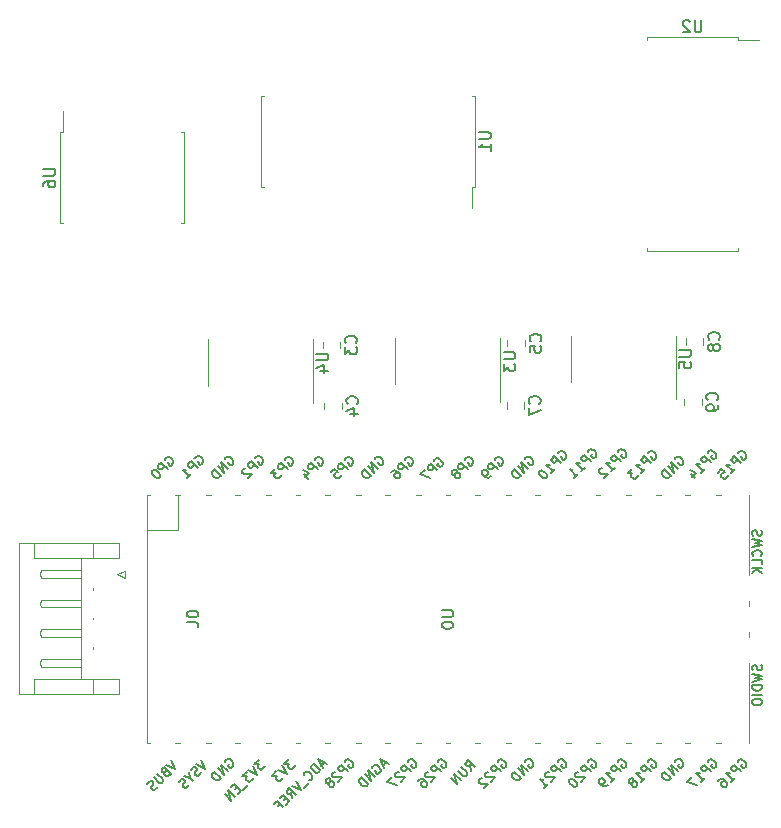
<source format=gbr>
%TF.GenerationSoftware,KiCad,Pcbnew,(5.1.9)-1*%
%TF.CreationDate,2021-05-02T00:53:09+10:00*%
%TF.ProjectId,RedPyKeeb_MCU,52656450-794b-4656-9562-5f4d43552e6b,rev?*%
%TF.SameCoordinates,Original*%
%TF.FileFunction,Legend,Bot*%
%TF.FilePolarity,Positive*%
%FSLAX46Y46*%
G04 Gerber Fmt 4.6, Leading zero omitted, Abs format (unit mm)*
G04 Created by KiCad (PCBNEW (5.1.9)-1) date 2021-05-02 00:53:09*
%MOMM*%
%LPD*%
G01*
G04 APERTURE LIST*
%ADD10C,0.120000*%
%ADD11C,0.150000*%
G04 APERTURE END LIST*
D10*
%TO.C,U0*%
X113258600Y-92079900D02*
X113258600Y-92479900D01*
X113258600Y-89479900D02*
X113258600Y-89879900D01*
X113258600Y-101479900D02*
X113258600Y-94679900D01*
X102858600Y-101479900D02*
X103258600Y-101479900D01*
X95158600Y-101479900D02*
X95558600Y-101479900D01*
X69758600Y-101479900D02*
X70158600Y-101479900D01*
X62258600Y-101479900D02*
X62558600Y-101479900D01*
X85058600Y-101479900D02*
X85458600Y-101479900D01*
X100258600Y-101479900D02*
X100658600Y-101479900D01*
X79958600Y-101479900D02*
X80358600Y-101479900D01*
X74858600Y-101479900D02*
X75258600Y-101479900D01*
X87558600Y-101479900D02*
X87958600Y-101479900D01*
X92658600Y-101479900D02*
X93058600Y-101479900D01*
X107858600Y-101479900D02*
X108258600Y-101479900D01*
X110458600Y-101479900D02*
X110858600Y-101479900D01*
X105358600Y-101479900D02*
X105758600Y-101479900D01*
X72358600Y-101479900D02*
X72758600Y-101479900D01*
X64658600Y-101479900D02*
X65058600Y-101479900D01*
X67258600Y-101479900D02*
X67658600Y-101479900D01*
X97758600Y-101479900D02*
X98158600Y-101479900D01*
X90058600Y-101479900D02*
X90458600Y-101479900D01*
X82458600Y-101479900D02*
X82858600Y-101479900D01*
X77358600Y-101479900D02*
X77758600Y-101479900D01*
X110458600Y-80479900D02*
X110858600Y-80479900D01*
X107858600Y-80479900D02*
X108258600Y-80479900D01*
X105358600Y-80479900D02*
X105758600Y-80479900D01*
X102858600Y-80479900D02*
X103258600Y-80479900D01*
X100258600Y-80479900D02*
X100658600Y-80479900D01*
X97758600Y-80479900D02*
X98158600Y-80479900D01*
X95158600Y-80479900D02*
X95558600Y-80479900D01*
X92658600Y-80479900D02*
X93058600Y-80479900D01*
X90058600Y-80479900D02*
X90458600Y-80479900D01*
X87558600Y-80479900D02*
X87958600Y-80479900D01*
X85058600Y-80479900D02*
X85458600Y-80479900D01*
X82458600Y-80479900D02*
X82858600Y-80479900D01*
X79958600Y-80479900D02*
X80358600Y-80479900D01*
X77358600Y-80479900D02*
X77758600Y-80479900D01*
X74858600Y-80479900D02*
X75258600Y-80479900D01*
X72358600Y-80479900D02*
X72758600Y-80479900D01*
X69758600Y-80479900D02*
X70158600Y-80479900D01*
X67258600Y-80479900D02*
X67658600Y-80479900D01*
X64658600Y-80479900D02*
X65058600Y-80479900D01*
X62258600Y-80479900D02*
X62558600Y-80479900D01*
X64925600Y-83486900D02*
X62258600Y-83486900D01*
X64925600Y-80479900D02*
X64925600Y-83486900D01*
X113258600Y-87279900D02*
X113258600Y-80479900D01*
X62258600Y-80479900D02*
X62258600Y-101479900D01*
%TO.C,U2*%
X112305300Y-41934200D02*
X114120300Y-41934200D01*
X112305300Y-41689200D02*
X112305300Y-41934200D01*
X108445300Y-41689200D02*
X112305300Y-41689200D01*
X104585300Y-41689200D02*
X104585300Y-41934200D01*
X108445300Y-41689200D02*
X104585300Y-41689200D01*
X112305300Y-59809200D02*
X112305300Y-59564200D01*
X108445300Y-59809200D02*
X112305300Y-59809200D01*
X104585300Y-59809200D02*
X104585300Y-59564200D01*
X108445300Y-59809200D02*
X104585300Y-59809200D01*
%TO.C,J0*%
X60367600Y-87487400D02*
X59767600Y-87187400D01*
X60367600Y-86887400D02*
X60367600Y-87487400D01*
X59767600Y-87187400D02*
X60367600Y-86887400D01*
X56677600Y-95007400D02*
X56677600Y-94687400D01*
X53257600Y-95007400D02*
X56677600Y-95007400D01*
X53177600Y-94687400D02*
X53257600Y-95007400D01*
X53257600Y-94367400D02*
X53177600Y-94687400D01*
X56677600Y-94367400D02*
X53257600Y-94367400D01*
X56677600Y-94687400D02*
X56677600Y-94367400D01*
X57677600Y-93357400D02*
X57677600Y-93517400D01*
X56677600Y-92507400D02*
X56677600Y-92187400D01*
X53257600Y-92507400D02*
X56677600Y-92507400D01*
X53177600Y-92187400D02*
X53257600Y-92507400D01*
X53257600Y-91867400D02*
X53177600Y-92187400D01*
X56677600Y-91867400D02*
X53257600Y-91867400D01*
X56677600Y-92187400D02*
X56677600Y-91867400D01*
X57677600Y-90857400D02*
X57677600Y-91017400D01*
X56677600Y-90007400D02*
X56677600Y-89687400D01*
X53257600Y-90007400D02*
X56677600Y-90007400D01*
X53177600Y-89687400D02*
X53257600Y-90007400D01*
X53257600Y-89367400D02*
X53177600Y-89687400D01*
X56677600Y-89367400D02*
X53257600Y-89367400D01*
X56677600Y-89687400D02*
X56677600Y-89367400D01*
X57677600Y-88357400D02*
X57677600Y-88517400D01*
X56677600Y-87507400D02*
X56677600Y-87187400D01*
X53257600Y-87507400D02*
X56677600Y-87507400D01*
X53177600Y-87187400D02*
X53257600Y-87507400D01*
X53257600Y-86867400D02*
X53177600Y-87187400D01*
X56677600Y-86867400D02*
X53257600Y-86867400D01*
X56677600Y-87187400D02*
X56677600Y-86867400D01*
X56677600Y-85797400D02*
X56677600Y-96077400D01*
X57677600Y-96077400D02*
X57677600Y-97297400D01*
X52677600Y-96077400D02*
X57677600Y-96077400D01*
X52677600Y-97297400D02*
X52677600Y-96077400D01*
X57677600Y-85797400D02*
X57677600Y-84577400D01*
X52677600Y-85797400D02*
X57677600Y-85797400D01*
X52677600Y-84577400D02*
X52677600Y-85797400D01*
X59877600Y-96077400D02*
X57677600Y-96077400D01*
X59877600Y-97297400D02*
X59877600Y-96077400D01*
X51457600Y-97297400D02*
X59877600Y-97297400D01*
X51457600Y-84577400D02*
X51457600Y-97297400D01*
X59877600Y-84577400D02*
X51457600Y-84577400D01*
X59877600Y-85797400D02*
X59877600Y-84577400D01*
X57677600Y-85797400D02*
X59877600Y-85797400D01*
%TO.C,U1*%
X89815600Y-54380600D02*
X89815600Y-56195600D01*
X90060600Y-54380600D02*
X89815600Y-54380600D01*
X90060600Y-50520600D02*
X90060600Y-54380600D01*
X90060600Y-46660600D02*
X89815600Y-46660600D01*
X90060600Y-50520600D02*
X90060600Y-46660600D01*
X71940600Y-54380600D02*
X72185600Y-54380600D01*
X71940600Y-50520600D02*
X71940600Y-54380600D01*
X71940600Y-46660600D02*
X72185600Y-46660600D01*
X71940600Y-50520600D02*
X71940600Y-46660600D01*
%TO.C,U3*%
X92166600Y-69164200D02*
X92166600Y-72614200D01*
X92166600Y-69164200D02*
X92166600Y-67214200D01*
X83296600Y-69164200D02*
X83296600Y-71114200D01*
X83296600Y-69164200D02*
X83296600Y-67214200D01*
%TO.C,C5*%
X92787800Y-67901452D02*
X92787800Y-67378948D01*
X94257800Y-67901452D02*
X94257800Y-67378948D01*
%TO.C,C7*%
X92724300Y-73171952D02*
X92724300Y-72649448D01*
X94194300Y-73171952D02*
X94194300Y-72649448D01*
%TO.C,C3*%
X77154100Y-68028452D02*
X77154100Y-67505948D01*
X78624100Y-68028452D02*
X78624100Y-67505948D01*
%TO.C,C4*%
X78751100Y-73184652D02*
X78751100Y-72662148D01*
X77281100Y-73184652D02*
X77281100Y-72662148D01*
%TO.C,C8*%
X109370800Y-67749052D02*
X109370800Y-67226548D01*
X107900800Y-67749052D02*
X107900800Y-67226548D01*
%TO.C,C9*%
X107761100Y-72854452D02*
X107761100Y-72331948D01*
X109231100Y-72854452D02*
X109231100Y-72331948D01*
%TO.C,U4*%
X76317000Y-69265800D02*
X76317000Y-72715800D01*
X76317000Y-69265800D02*
X76317000Y-67315800D01*
X67447000Y-69265800D02*
X67447000Y-71215800D01*
X67447000Y-69265800D02*
X67447000Y-67315800D01*
%TO.C,U5*%
X98168300Y-68948300D02*
X98168300Y-66998300D01*
X98168300Y-68948300D02*
X98168300Y-70898300D01*
X107038300Y-68948300D02*
X107038300Y-66998300D01*
X107038300Y-68948300D02*
X107038300Y-72398300D01*
%TO.C,U6*%
X55144301Y-49770801D02*
X55144301Y-47955801D01*
X54889301Y-49770801D02*
X55144301Y-49770801D01*
X54889301Y-53630801D02*
X54889301Y-49770801D01*
X54889301Y-57490801D02*
X55144301Y-57490801D01*
X54889301Y-53630801D02*
X54889301Y-57490801D01*
X65409301Y-49770801D02*
X65154301Y-49770801D01*
X65409301Y-53630801D02*
X65409301Y-49770801D01*
X65409301Y-57490801D02*
X65154301Y-57490801D01*
X65409301Y-53630801D02*
X65409301Y-57490801D01*
%TO.C,U0*%
D11*
X87210980Y-90217995D02*
X88020504Y-90217995D01*
X88115742Y-90265614D01*
X88163361Y-90313233D01*
X88210980Y-90408471D01*
X88210980Y-90598947D01*
X88163361Y-90694185D01*
X88115742Y-90741804D01*
X88020504Y-90789423D01*
X87210980Y-90789423D01*
X87210980Y-91456090D02*
X87210980Y-91551328D01*
X87258600Y-91646566D01*
X87306219Y-91694185D01*
X87401457Y-91741804D01*
X87591933Y-91789423D01*
X87830028Y-91789423D01*
X88020504Y-91741804D01*
X88115742Y-91694185D01*
X88163361Y-91646566D01*
X88210980Y-91551328D01*
X88210980Y-91456090D01*
X88163361Y-91360852D01*
X88115742Y-91313233D01*
X88020504Y-91265614D01*
X87830028Y-91217995D01*
X87591933Y-91217995D01*
X87401457Y-91265614D01*
X87306219Y-91313233D01*
X87258600Y-91360852D01*
X87210980Y-91456090D01*
X66279818Y-77392996D02*
X66306755Y-77312184D01*
X66387567Y-77231371D01*
X66495317Y-77177497D01*
X66603067Y-77177497D01*
X66683879Y-77204434D01*
X66818566Y-77285246D01*
X66899378Y-77366058D01*
X66980190Y-77500745D01*
X67007128Y-77581558D01*
X67007128Y-77689307D01*
X66953253Y-77797057D01*
X66899378Y-77850932D01*
X66791628Y-77904806D01*
X66737754Y-77904806D01*
X66549192Y-77716245D01*
X66656941Y-77608495D01*
X66549192Y-78201118D02*
X65983506Y-77635432D01*
X65768007Y-77850932D01*
X65741070Y-77931744D01*
X65741070Y-77985619D01*
X65768007Y-78066431D01*
X65848819Y-78147243D01*
X65929632Y-78174180D01*
X65983506Y-78174180D01*
X66064319Y-78147243D01*
X66279818Y-77931744D01*
X65687195Y-79063115D02*
X66010444Y-78739866D01*
X65848819Y-78901490D02*
X65283134Y-78335805D01*
X65417821Y-78362742D01*
X65525571Y-78362742D01*
X65606383Y-78335805D01*
X71369818Y-77392996D02*
X71396755Y-77312184D01*
X71477567Y-77231371D01*
X71585317Y-77177497D01*
X71693067Y-77177497D01*
X71773879Y-77204434D01*
X71908566Y-77285246D01*
X71989378Y-77366058D01*
X72070190Y-77500745D01*
X72097128Y-77581558D01*
X72097128Y-77689307D01*
X72043253Y-77797057D01*
X71989378Y-77850932D01*
X71881628Y-77904806D01*
X71827754Y-77904806D01*
X71639192Y-77716245D01*
X71746941Y-77608495D01*
X71639192Y-78201118D02*
X71073506Y-77635432D01*
X70858007Y-77850932D01*
X70831070Y-77931744D01*
X70831070Y-77985619D01*
X70858007Y-78066431D01*
X70938819Y-78147243D01*
X71019632Y-78174180D01*
X71073506Y-78174180D01*
X71154319Y-78147243D01*
X71369818Y-77931744D01*
X70588633Y-78228055D02*
X70534758Y-78228055D01*
X70453946Y-78254993D01*
X70319259Y-78389680D01*
X70292322Y-78470492D01*
X70292322Y-78524367D01*
X70319259Y-78605179D01*
X70373134Y-78659054D01*
X70480884Y-78712928D01*
X71127381Y-78712928D01*
X70777195Y-79063115D01*
X63749818Y-77492996D02*
X63776755Y-77412184D01*
X63857567Y-77331371D01*
X63965317Y-77277497D01*
X64073067Y-77277497D01*
X64153879Y-77304434D01*
X64288566Y-77385246D01*
X64369378Y-77466058D01*
X64450190Y-77600745D01*
X64477128Y-77681558D01*
X64477128Y-77789307D01*
X64423253Y-77897057D01*
X64369378Y-77950932D01*
X64261628Y-78004806D01*
X64207754Y-78004806D01*
X64019192Y-77816245D01*
X64126941Y-77708495D01*
X64019192Y-78301118D02*
X63453506Y-77735432D01*
X63238007Y-77950932D01*
X63211070Y-78031744D01*
X63211070Y-78085619D01*
X63238007Y-78166431D01*
X63318819Y-78247243D01*
X63399632Y-78274180D01*
X63453506Y-78274180D01*
X63534319Y-78247243D01*
X63749818Y-78031744D01*
X62780071Y-78408867D02*
X62726197Y-78462742D01*
X62699259Y-78543554D01*
X62699259Y-78597429D01*
X62726197Y-78678241D01*
X62807009Y-78812928D01*
X62941696Y-78947615D01*
X63076383Y-79028428D01*
X63157195Y-79055365D01*
X63211070Y-79055365D01*
X63291882Y-79028428D01*
X63345757Y-78974553D01*
X63372694Y-78893741D01*
X63372694Y-78839866D01*
X63345757Y-78759054D01*
X63264945Y-78624367D01*
X63130258Y-78489680D01*
X62995571Y-78408867D01*
X62914758Y-78381930D01*
X62860884Y-78381930D01*
X62780071Y-78408867D01*
X73909818Y-77492996D02*
X73936755Y-77412184D01*
X74017567Y-77331371D01*
X74125317Y-77277497D01*
X74233067Y-77277497D01*
X74313879Y-77304434D01*
X74448566Y-77385246D01*
X74529378Y-77466058D01*
X74610190Y-77600745D01*
X74637128Y-77681558D01*
X74637128Y-77789307D01*
X74583253Y-77897057D01*
X74529378Y-77950932D01*
X74421628Y-78004806D01*
X74367754Y-78004806D01*
X74179192Y-77816245D01*
X74286941Y-77708495D01*
X74179192Y-78301118D02*
X73613506Y-77735432D01*
X73398007Y-77950932D01*
X73371070Y-78031744D01*
X73371070Y-78085619D01*
X73398007Y-78166431D01*
X73478819Y-78247243D01*
X73559632Y-78274180D01*
X73613506Y-78274180D01*
X73694319Y-78247243D01*
X73909818Y-78031744D01*
X73101696Y-78247243D02*
X72751510Y-78597429D01*
X73155571Y-78624367D01*
X73074758Y-78705179D01*
X73047821Y-78785991D01*
X73047821Y-78839866D01*
X73074758Y-78920678D01*
X73209445Y-79055365D01*
X73290258Y-79082302D01*
X73344132Y-79082302D01*
X73424945Y-79055365D01*
X73586569Y-78893741D01*
X73613506Y-78812928D01*
X73613506Y-78759054D01*
X76449818Y-77492996D02*
X76476755Y-77412184D01*
X76557567Y-77331371D01*
X76665317Y-77277497D01*
X76773067Y-77277497D01*
X76853879Y-77304434D01*
X76988566Y-77385246D01*
X77069378Y-77466058D01*
X77150190Y-77600745D01*
X77177128Y-77681558D01*
X77177128Y-77789307D01*
X77123253Y-77897057D01*
X77069378Y-77950932D01*
X76961628Y-78004806D01*
X76907754Y-78004806D01*
X76719192Y-77816245D01*
X76826941Y-77708495D01*
X76719192Y-78301118D02*
X76153506Y-77735432D01*
X75938007Y-77950932D01*
X75911070Y-78031744D01*
X75911070Y-78085619D01*
X75938007Y-78166431D01*
X76018819Y-78247243D01*
X76099632Y-78274180D01*
X76153506Y-78274180D01*
X76234319Y-78247243D01*
X76449818Y-78031744D01*
X75533946Y-78732116D02*
X75911070Y-79109240D01*
X75453134Y-78381930D02*
X75991882Y-78651304D01*
X75641696Y-79001490D01*
X78989818Y-77492996D02*
X79016755Y-77412184D01*
X79097567Y-77331371D01*
X79205317Y-77277497D01*
X79313067Y-77277497D01*
X79393879Y-77304434D01*
X79528566Y-77385246D01*
X79609378Y-77466058D01*
X79690190Y-77600745D01*
X79717128Y-77681558D01*
X79717128Y-77789307D01*
X79663253Y-77897057D01*
X79609378Y-77950932D01*
X79501628Y-78004806D01*
X79447754Y-78004806D01*
X79259192Y-77816245D01*
X79366941Y-77708495D01*
X79259192Y-78301118D02*
X78693506Y-77735432D01*
X78478007Y-77950932D01*
X78451070Y-78031744D01*
X78451070Y-78085619D01*
X78478007Y-78166431D01*
X78558819Y-78247243D01*
X78639632Y-78274180D01*
X78693506Y-78274180D01*
X78774319Y-78247243D01*
X78989818Y-78031744D01*
X77858447Y-78570492D02*
X78127821Y-78301118D01*
X78424132Y-78543554D01*
X78370258Y-78543554D01*
X78289445Y-78570492D01*
X78154758Y-78705179D01*
X78127821Y-78785991D01*
X78127821Y-78839866D01*
X78154758Y-78920678D01*
X78289445Y-79055365D01*
X78370258Y-79082302D01*
X78424132Y-79082302D01*
X78504945Y-79055365D01*
X78639632Y-78920678D01*
X78666569Y-78839866D01*
X78666569Y-78785991D01*
X84069818Y-77492996D02*
X84096755Y-77412184D01*
X84177567Y-77331371D01*
X84285317Y-77277497D01*
X84393067Y-77277497D01*
X84473879Y-77304434D01*
X84608566Y-77385246D01*
X84689378Y-77466058D01*
X84770190Y-77600745D01*
X84797128Y-77681558D01*
X84797128Y-77789307D01*
X84743253Y-77897057D01*
X84689378Y-77950932D01*
X84581628Y-78004806D01*
X84527754Y-78004806D01*
X84339192Y-77816245D01*
X84446941Y-77708495D01*
X84339192Y-78301118D02*
X83773506Y-77735432D01*
X83558007Y-77950932D01*
X83531070Y-78031744D01*
X83531070Y-78085619D01*
X83558007Y-78166431D01*
X83638819Y-78247243D01*
X83719632Y-78274180D01*
X83773506Y-78274180D01*
X83854319Y-78247243D01*
X84069818Y-78031744D01*
X82965384Y-78543554D02*
X83073134Y-78435805D01*
X83153946Y-78408867D01*
X83207821Y-78408867D01*
X83342508Y-78435805D01*
X83477195Y-78516617D01*
X83692694Y-78732116D01*
X83719632Y-78812928D01*
X83719632Y-78866803D01*
X83692694Y-78947615D01*
X83584945Y-79055365D01*
X83504132Y-79082302D01*
X83450258Y-79082302D01*
X83369445Y-79055365D01*
X83234758Y-78920678D01*
X83207821Y-78839866D01*
X83207821Y-78785991D01*
X83234758Y-78705179D01*
X83342508Y-78597429D01*
X83423320Y-78570492D01*
X83477195Y-78570492D01*
X83558007Y-78597429D01*
X86579818Y-77592996D02*
X86606755Y-77512184D01*
X86687567Y-77431371D01*
X86795317Y-77377497D01*
X86903067Y-77377497D01*
X86983879Y-77404434D01*
X87118566Y-77485246D01*
X87199378Y-77566058D01*
X87280190Y-77700745D01*
X87307128Y-77781558D01*
X87307128Y-77889307D01*
X87253253Y-77997057D01*
X87199378Y-78050932D01*
X87091628Y-78104806D01*
X87037754Y-78104806D01*
X86849192Y-77916245D01*
X86956941Y-77808495D01*
X86849192Y-78401118D02*
X86283506Y-77835432D01*
X86068007Y-78050932D01*
X86041070Y-78131744D01*
X86041070Y-78185619D01*
X86068007Y-78266431D01*
X86148819Y-78347243D01*
X86229632Y-78374180D01*
X86283506Y-78374180D01*
X86364319Y-78347243D01*
X86579818Y-78131744D01*
X85771696Y-78347243D02*
X85394572Y-78724367D01*
X86202694Y-79047615D01*
X89149818Y-77492996D02*
X89176755Y-77412184D01*
X89257567Y-77331371D01*
X89365317Y-77277497D01*
X89473067Y-77277497D01*
X89553879Y-77304434D01*
X89688566Y-77385246D01*
X89769378Y-77466058D01*
X89850190Y-77600745D01*
X89877128Y-77681558D01*
X89877128Y-77789307D01*
X89823253Y-77897057D01*
X89769378Y-77950932D01*
X89661628Y-78004806D01*
X89607754Y-78004806D01*
X89419192Y-77816245D01*
X89526941Y-77708495D01*
X89419192Y-78301118D02*
X88853506Y-77735432D01*
X88638007Y-77950932D01*
X88611070Y-78031744D01*
X88611070Y-78085619D01*
X88638007Y-78166431D01*
X88718819Y-78247243D01*
X88799632Y-78274180D01*
X88853506Y-78274180D01*
X88934319Y-78247243D01*
X89149818Y-78031744D01*
X88449445Y-78624367D02*
X88476383Y-78543554D01*
X88476383Y-78489680D01*
X88449445Y-78408867D01*
X88422508Y-78381930D01*
X88341696Y-78354993D01*
X88287821Y-78354993D01*
X88207009Y-78381930D01*
X88099259Y-78489680D01*
X88072322Y-78570492D01*
X88072322Y-78624367D01*
X88099259Y-78705179D01*
X88126197Y-78732116D01*
X88207009Y-78759054D01*
X88260884Y-78759054D01*
X88341696Y-78732116D01*
X88449445Y-78624367D01*
X88530258Y-78597429D01*
X88584132Y-78597429D01*
X88664945Y-78624367D01*
X88772694Y-78732116D01*
X88799632Y-78812928D01*
X88799632Y-78866803D01*
X88772694Y-78947615D01*
X88664945Y-79055365D01*
X88584132Y-79082302D01*
X88530258Y-79082302D01*
X88449445Y-79055365D01*
X88341696Y-78947615D01*
X88314758Y-78866803D01*
X88314758Y-78812928D01*
X88341696Y-78732116D01*
X91689818Y-77492996D02*
X91716755Y-77412184D01*
X91797567Y-77331371D01*
X91905317Y-77277497D01*
X92013067Y-77277497D01*
X92093879Y-77304434D01*
X92228566Y-77385246D01*
X92309378Y-77466058D01*
X92390190Y-77600745D01*
X92417128Y-77681558D01*
X92417128Y-77789307D01*
X92363253Y-77897057D01*
X92309378Y-77950932D01*
X92201628Y-78004806D01*
X92147754Y-78004806D01*
X91959192Y-77816245D01*
X92066941Y-77708495D01*
X91959192Y-78301118D02*
X91393506Y-77735432D01*
X91178007Y-77950932D01*
X91151070Y-78031744D01*
X91151070Y-78085619D01*
X91178007Y-78166431D01*
X91258819Y-78247243D01*
X91339632Y-78274180D01*
X91393506Y-78274180D01*
X91474319Y-78247243D01*
X91689818Y-78031744D01*
X91366569Y-78893741D02*
X91258819Y-79001490D01*
X91178007Y-79028428D01*
X91124132Y-79028428D01*
X90989445Y-79001490D01*
X90854758Y-78920678D01*
X90639259Y-78705179D01*
X90612322Y-78624367D01*
X90612322Y-78570492D01*
X90639259Y-78489680D01*
X90747009Y-78381930D01*
X90827821Y-78354993D01*
X90881696Y-78354993D01*
X90962508Y-78381930D01*
X91097195Y-78516617D01*
X91124132Y-78597429D01*
X91124132Y-78651304D01*
X91097195Y-78732116D01*
X90989445Y-78839866D01*
X90908633Y-78866803D01*
X90854758Y-78866803D01*
X90773946Y-78839866D01*
X97039192Y-76969622D02*
X97066129Y-76888810D01*
X97146941Y-76807997D01*
X97254691Y-76754123D01*
X97362441Y-76754123D01*
X97443253Y-76781060D01*
X97577940Y-76861872D01*
X97658752Y-76942684D01*
X97739564Y-77077371D01*
X97766502Y-77158184D01*
X97766502Y-77265933D01*
X97712627Y-77373683D01*
X97658752Y-77427558D01*
X97551002Y-77481432D01*
X97497128Y-77481432D01*
X97308566Y-77292871D01*
X97416315Y-77185121D01*
X97308566Y-77777744D02*
X96742880Y-77212058D01*
X96527381Y-77427558D01*
X96500444Y-77508370D01*
X96500444Y-77562245D01*
X96527381Y-77643057D01*
X96608193Y-77723869D01*
X96689006Y-77750806D01*
X96742880Y-77750806D01*
X96823693Y-77723869D01*
X97039192Y-77508370D01*
X96446569Y-78639741D02*
X96769818Y-78316492D01*
X96608193Y-78478116D02*
X96042508Y-77912431D01*
X96177195Y-77939368D01*
X96284945Y-77939368D01*
X96365757Y-77912431D01*
X95530697Y-78424241D02*
X95476823Y-78478116D01*
X95449885Y-78558928D01*
X95449885Y-78612803D01*
X95476823Y-78693615D01*
X95557635Y-78828302D01*
X95692322Y-78962989D01*
X95827009Y-79043802D01*
X95907821Y-79070739D01*
X95961696Y-79070739D01*
X96042508Y-79043802D01*
X96096383Y-78989927D01*
X96123320Y-78909115D01*
X96123320Y-78855240D01*
X96096383Y-78774428D01*
X96015571Y-78639741D01*
X95880884Y-78505054D01*
X95746197Y-78424241D01*
X95665384Y-78397304D01*
X95611510Y-78397304D01*
X95530697Y-78424241D01*
X99579192Y-76823622D02*
X99606129Y-76742810D01*
X99686941Y-76661997D01*
X99794691Y-76608123D01*
X99902441Y-76608123D01*
X99983253Y-76635060D01*
X100117940Y-76715872D01*
X100198752Y-76796684D01*
X100279564Y-76931371D01*
X100306502Y-77012184D01*
X100306502Y-77119933D01*
X100252627Y-77227683D01*
X100198752Y-77281558D01*
X100091002Y-77335432D01*
X100037128Y-77335432D01*
X99848566Y-77146871D01*
X99956315Y-77039121D01*
X99848566Y-77631744D02*
X99282880Y-77066058D01*
X99067381Y-77281558D01*
X99040444Y-77362370D01*
X99040444Y-77416245D01*
X99067381Y-77497057D01*
X99148193Y-77577869D01*
X99229006Y-77604806D01*
X99282880Y-77604806D01*
X99363693Y-77577869D01*
X99579192Y-77362370D01*
X98986569Y-78493741D02*
X99309818Y-78170492D01*
X99148193Y-78332116D02*
X98582508Y-77766431D01*
X98717195Y-77793368D01*
X98824945Y-77793368D01*
X98905757Y-77766431D01*
X98447821Y-79032489D02*
X98771070Y-78709240D01*
X98609445Y-78870864D02*
X98043760Y-78305179D01*
X98178447Y-78332116D01*
X98286197Y-78332116D01*
X98367009Y-78305179D01*
X102119192Y-76823622D02*
X102146129Y-76742810D01*
X102226941Y-76661997D01*
X102334691Y-76608123D01*
X102442441Y-76608123D01*
X102523253Y-76635060D01*
X102657940Y-76715872D01*
X102738752Y-76796684D01*
X102819564Y-76931371D01*
X102846502Y-77012184D01*
X102846502Y-77119933D01*
X102792627Y-77227683D01*
X102738752Y-77281558D01*
X102631002Y-77335432D01*
X102577128Y-77335432D01*
X102388566Y-77146871D01*
X102496315Y-77039121D01*
X102388566Y-77631744D02*
X101822880Y-77066058D01*
X101607381Y-77281558D01*
X101580444Y-77362370D01*
X101580444Y-77416245D01*
X101607381Y-77497057D01*
X101688193Y-77577869D01*
X101769006Y-77604806D01*
X101822880Y-77604806D01*
X101903693Y-77577869D01*
X102119192Y-77362370D01*
X101526569Y-78493741D02*
X101849818Y-78170492D01*
X101688193Y-78332116D02*
X101122508Y-77766431D01*
X101257195Y-77793368D01*
X101364945Y-77793368D01*
X101445757Y-77766431D01*
X100799259Y-78197429D02*
X100745384Y-78197429D01*
X100664572Y-78224367D01*
X100529885Y-78359054D01*
X100502948Y-78439866D01*
X100502948Y-78493741D01*
X100529885Y-78574553D01*
X100583760Y-78628428D01*
X100691510Y-78682302D01*
X101338007Y-78682302D01*
X100987821Y-79032489D01*
X104659192Y-76969622D02*
X104686129Y-76888810D01*
X104766941Y-76807997D01*
X104874691Y-76754123D01*
X104982441Y-76754123D01*
X105063253Y-76781060D01*
X105197940Y-76861872D01*
X105278752Y-76942684D01*
X105359564Y-77077371D01*
X105386502Y-77158184D01*
X105386502Y-77265933D01*
X105332627Y-77373683D01*
X105278752Y-77427558D01*
X105171002Y-77481432D01*
X105117128Y-77481432D01*
X104928566Y-77292871D01*
X105036315Y-77185121D01*
X104928566Y-77777744D02*
X104362880Y-77212058D01*
X104147381Y-77427558D01*
X104120444Y-77508370D01*
X104120444Y-77562245D01*
X104147381Y-77643057D01*
X104228193Y-77723869D01*
X104309006Y-77750806D01*
X104362880Y-77750806D01*
X104443693Y-77723869D01*
X104659192Y-77508370D01*
X104066569Y-78639741D02*
X104389818Y-78316492D01*
X104228193Y-78478116D02*
X103662508Y-77912431D01*
X103797195Y-77939368D01*
X103904945Y-77939368D01*
X103985757Y-77912431D01*
X103312322Y-78262617D02*
X102962136Y-78612803D01*
X103366197Y-78639741D01*
X103285384Y-78720553D01*
X103258447Y-78801365D01*
X103258447Y-78855240D01*
X103285384Y-78936052D01*
X103420071Y-79070739D01*
X103500884Y-79097676D01*
X103554758Y-79097676D01*
X103635571Y-79070739D01*
X103797195Y-78909115D01*
X103824132Y-78828302D01*
X103824132Y-78774428D01*
X109739192Y-76923622D02*
X109766129Y-76842810D01*
X109846941Y-76761997D01*
X109954691Y-76708123D01*
X110062441Y-76708123D01*
X110143253Y-76735060D01*
X110277940Y-76815872D01*
X110358752Y-76896684D01*
X110439564Y-77031371D01*
X110466502Y-77112184D01*
X110466502Y-77219933D01*
X110412627Y-77327683D01*
X110358752Y-77381558D01*
X110251002Y-77435432D01*
X110197128Y-77435432D01*
X110008566Y-77246871D01*
X110116315Y-77139121D01*
X110008566Y-77731744D02*
X109442880Y-77166058D01*
X109227381Y-77381558D01*
X109200444Y-77462370D01*
X109200444Y-77516245D01*
X109227381Y-77597057D01*
X109308193Y-77677869D01*
X109389006Y-77704806D01*
X109442880Y-77704806D01*
X109523693Y-77677869D01*
X109739192Y-77462370D01*
X109146569Y-78593741D02*
X109469818Y-78270492D01*
X109308193Y-78432116D02*
X108742508Y-77866431D01*
X108877195Y-77893368D01*
X108984945Y-77893368D01*
X109065757Y-77866431D01*
X108284572Y-78701490D02*
X108661696Y-79078614D01*
X108203760Y-78351304D02*
X108742508Y-78620678D01*
X108392322Y-78970864D01*
X112279192Y-76969622D02*
X112306129Y-76888810D01*
X112386941Y-76807997D01*
X112494691Y-76754123D01*
X112602441Y-76754123D01*
X112683253Y-76781060D01*
X112817940Y-76861872D01*
X112898752Y-76942684D01*
X112979564Y-77077371D01*
X113006502Y-77158184D01*
X113006502Y-77265933D01*
X112952627Y-77373683D01*
X112898752Y-77427558D01*
X112791002Y-77481432D01*
X112737128Y-77481432D01*
X112548566Y-77292871D01*
X112656315Y-77185121D01*
X112548566Y-77777744D02*
X111982880Y-77212058D01*
X111767381Y-77427558D01*
X111740444Y-77508370D01*
X111740444Y-77562245D01*
X111767381Y-77643057D01*
X111848193Y-77723869D01*
X111929006Y-77750806D01*
X111982880Y-77750806D01*
X112063693Y-77723869D01*
X112279192Y-77508370D01*
X111686569Y-78639741D02*
X112009818Y-78316492D01*
X111848193Y-78478116D02*
X111282508Y-77912431D01*
X111417195Y-77939368D01*
X111524945Y-77939368D01*
X111605757Y-77912431D01*
X110609073Y-78585866D02*
X110878447Y-78316492D01*
X111174758Y-78558928D01*
X111120884Y-78558928D01*
X111040071Y-78585866D01*
X110905384Y-78720553D01*
X110878447Y-78801365D01*
X110878447Y-78855240D01*
X110905384Y-78936052D01*
X111040071Y-79070739D01*
X111120884Y-79097676D01*
X111174758Y-79097676D01*
X111255571Y-79070739D01*
X111390258Y-78936052D01*
X111417195Y-78855240D01*
X111417195Y-78801365D01*
X112279192Y-103077622D02*
X112306129Y-102996810D01*
X112386941Y-102915997D01*
X112494691Y-102862123D01*
X112602441Y-102862123D01*
X112683253Y-102889060D01*
X112817940Y-102969872D01*
X112898752Y-103050684D01*
X112979564Y-103185371D01*
X113006502Y-103266184D01*
X113006502Y-103373933D01*
X112952627Y-103481683D01*
X112898752Y-103535558D01*
X112791002Y-103589432D01*
X112737128Y-103589432D01*
X112548566Y-103400871D01*
X112656315Y-103293121D01*
X112548566Y-103885744D02*
X111982880Y-103320058D01*
X111767381Y-103535558D01*
X111740444Y-103616370D01*
X111740444Y-103670245D01*
X111767381Y-103751057D01*
X111848193Y-103831869D01*
X111929006Y-103858806D01*
X111982880Y-103858806D01*
X112063693Y-103831869D01*
X112279192Y-103616370D01*
X111686569Y-104747741D02*
X112009818Y-104424492D01*
X111848193Y-104586116D02*
X111282508Y-104020431D01*
X111417195Y-104047368D01*
X111524945Y-104047368D01*
X111605757Y-104020431D01*
X110636010Y-104666928D02*
X110743760Y-104559179D01*
X110824572Y-104532241D01*
X110878447Y-104532241D01*
X111013134Y-104559179D01*
X111147821Y-104639991D01*
X111363320Y-104855490D01*
X111390258Y-104936302D01*
X111390258Y-104990177D01*
X111363320Y-105070989D01*
X111255571Y-105178739D01*
X111174758Y-105205676D01*
X111120884Y-105205676D01*
X111040071Y-105178739D01*
X110905384Y-105044052D01*
X110878447Y-104963240D01*
X110878447Y-104909365D01*
X110905384Y-104828553D01*
X111013134Y-104720803D01*
X111093946Y-104693866D01*
X111147821Y-104693866D01*
X111228633Y-104720803D01*
X109739192Y-103077622D02*
X109766129Y-102996810D01*
X109846941Y-102915997D01*
X109954691Y-102862123D01*
X110062441Y-102862123D01*
X110143253Y-102889060D01*
X110277940Y-102969872D01*
X110358752Y-103050684D01*
X110439564Y-103185371D01*
X110466502Y-103266184D01*
X110466502Y-103373933D01*
X110412627Y-103481683D01*
X110358752Y-103535558D01*
X110251002Y-103589432D01*
X110197128Y-103589432D01*
X110008566Y-103400871D01*
X110116315Y-103293121D01*
X110008566Y-103885744D02*
X109442880Y-103320058D01*
X109227381Y-103535558D01*
X109200444Y-103616370D01*
X109200444Y-103670245D01*
X109227381Y-103751057D01*
X109308193Y-103831869D01*
X109389006Y-103858806D01*
X109442880Y-103858806D01*
X109523693Y-103831869D01*
X109739192Y-103616370D01*
X109146569Y-104747741D02*
X109469818Y-104424492D01*
X109308193Y-104586116D02*
X108742508Y-104020431D01*
X108877195Y-104047368D01*
X108984945Y-104047368D01*
X109065757Y-104020431D01*
X108392322Y-104370617D02*
X108015198Y-104747741D01*
X108823320Y-105070989D01*
X104659192Y-103077622D02*
X104686129Y-102996810D01*
X104766941Y-102915997D01*
X104874691Y-102862123D01*
X104982441Y-102862123D01*
X105063253Y-102889060D01*
X105197940Y-102969872D01*
X105278752Y-103050684D01*
X105359564Y-103185371D01*
X105386502Y-103266184D01*
X105386502Y-103373933D01*
X105332627Y-103481683D01*
X105278752Y-103535558D01*
X105171002Y-103589432D01*
X105117128Y-103589432D01*
X104928566Y-103400871D01*
X105036315Y-103293121D01*
X104928566Y-103885744D02*
X104362880Y-103320058D01*
X104147381Y-103535558D01*
X104120444Y-103616370D01*
X104120444Y-103670245D01*
X104147381Y-103751057D01*
X104228193Y-103831869D01*
X104309006Y-103858806D01*
X104362880Y-103858806D01*
X104443693Y-103831869D01*
X104659192Y-103616370D01*
X104066569Y-104747741D02*
X104389818Y-104424492D01*
X104228193Y-104586116D02*
X103662508Y-104020431D01*
X103797195Y-104047368D01*
X103904945Y-104047368D01*
X103985757Y-104020431D01*
X103420071Y-104747741D02*
X103447009Y-104666928D01*
X103447009Y-104613054D01*
X103420071Y-104532241D01*
X103393134Y-104505304D01*
X103312322Y-104478367D01*
X103258447Y-104478367D01*
X103177635Y-104505304D01*
X103069885Y-104613054D01*
X103042948Y-104693866D01*
X103042948Y-104747741D01*
X103069885Y-104828553D01*
X103096823Y-104855490D01*
X103177635Y-104882428D01*
X103231510Y-104882428D01*
X103312322Y-104855490D01*
X103420071Y-104747741D01*
X103500884Y-104720803D01*
X103554758Y-104720803D01*
X103635571Y-104747741D01*
X103743320Y-104855490D01*
X103770258Y-104936302D01*
X103770258Y-104990177D01*
X103743320Y-105070989D01*
X103635571Y-105178739D01*
X103554758Y-105205676D01*
X103500884Y-105205676D01*
X103420071Y-105178739D01*
X103312322Y-105070989D01*
X103285384Y-104990177D01*
X103285384Y-104936302D01*
X103312322Y-104855490D01*
X102119192Y-103077622D02*
X102146129Y-102996810D01*
X102226941Y-102915997D01*
X102334691Y-102862123D01*
X102442441Y-102862123D01*
X102523253Y-102889060D01*
X102657940Y-102969872D01*
X102738752Y-103050684D01*
X102819564Y-103185371D01*
X102846502Y-103266184D01*
X102846502Y-103373933D01*
X102792627Y-103481683D01*
X102738752Y-103535558D01*
X102631002Y-103589432D01*
X102577128Y-103589432D01*
X102388566Y-103400871D01*
X102496315Y-103293121D01*
X102388566Y-103885744D02*
X101822880Y-103320058D01*
X101607381Y-103535558D01*
X101580444Y-103616370D01*
X101580444Y-103670245D01*
X101607381Y-103751057D01*
X101688193Y-103831869D01*
X101769006Y-103858806D01*
X101822880Y-103858806D01*
X101903693Y-103831869D01*
X102119192Y-103616370D01*
X101526569Y-104747741D02*
X101849818Y-104424492D01*
X101688193Y-104586116D02*
X101122508Y-104020431D01*
X101257195Y-104047368D01*
X101364945Y-104047368D01*
X101445757Y-104020431D01*
X101257195Y-105017115D02*
X101149445Y-105124864D01*
X101068633Y-105151802D01*
X101014758Y-105151802D01*
X100880071Y-105124864D01*
X100745384Y-105044052D01*
X100529885Y-104828553D01*
X100502948Y-104747741D01*
X100502948Y-104693866D01*
X100529885Y-104613054D01*
X100637635Y-104505304D01*
X100718447Y-104478367D01*
X100772322Y-104478367D01*
X100853134Y-104505304D01*
X100987821Y-104639991D01*
X101014758Y-104720803D01*
X101014758Y-104774678D01*
X100987821Y-104855490D01*
X100880071Y-104963240D01*
X100799259Y-104990177D01*
X100745384Y-104990177D01*
X100664572Y-104963240D01*
X99579192Y-103077622D02*
X99606129Y-102996810D01*
X99686941Y-102915997D01*
X99794691Y-102862123D01*
X99902441Y-102862123D01*
X99983253Y-102889060D01*
X100117940Y-102969872D01*
X100198752Y-103050684D01*
X100279564Y-103185371D01*
X100306502Y-103266184D01*
X100306502Y-103373933D01*
X100252627Y-103481683D01*
X100198752Y-103535558D01*
X100091002Y-103589432D01*
X100037128Y-103589432D01*
X99848566Y-103400871D01*
X99956315Y-103293121D01*
X99848566Y-103885744D02*
X99282880Y-103320058D01*
X99067381Y-103535558D01*
X99040444Y-103616370D01*
X99040444Y-103670245D01*
X99067381Y-103751057D01*
X99148193Y-103831869D01*
X99229006Y-103858806D01*
X99282880Y-103858806D01*
X99363693Y-103831869D01*
X99579192Y-103616370D01*
X98798007Y-103912681D02*
X98744132Y-103912681D01*
X98663320Y-103939619D01*
X98528633Y-104074306D01*
X98501696Y-104155118D01*
X98501696Y-104208993D01*
X98528633Y-104289805D01*
X98582508Y-104343680D01*
X98690258Y-104397554D01*
X99336755Y-104397554D01*
X98986569Y-104747741D01*
X98070697Y-104532241D02*
X98016823Y-104586116D01*
X97989885Y-104666928D01*
X97989885Y-104720803D01*
X98016823Y-104801615D01*
X98097635Y-104936302D01*
X98232322Y-105070989D01*
X98367009Y-105151802D01*
X98447821Y-105178739D01*
X98501696Y-105178739D01*
X98582508Y-105151802D01*
X98636383Y-105097927D01*
X98663320Y-105017115D01*
X98663320Y-104963240D01*
X98636383Y-104882428D01*
X98555571Y-104747741D01*
X98420884Y-104613054D01*
X98286197Y-104532241D01*
X98205384Y-104505304D01*
X98151510Y-104505304D01*
X98070697Y-104532241D01*
X97049192Y-103077622D02*
X97076129Y-102996810D01*
X97156941Y-102915997D01*
X97264691Y-102862123D01*
X97372441Y-102862123D01*
X97453253Y-102889060D01*
X97587940Y-102969872D01*
X97668752Y-103050684D01*
X97749564Y-103185371D01*
X97776502Y-103266184D01*
X97776502Y-103373933D01*
X97722627Y-103481683D01*
X97668752Y-103535558D01*
X97561002Y-103589432D01*
X97507128Y-103589432D01*
X97318566Y-103400871D01*
X97426315Y-103293121D01*
X97318566Y-103885744D02*
X96752880Y-103320058D01*
X96537381Y-103535558D01*
X96510444Y-103616370D01*
X96510444Y-103670245D01*
X96537381Y-103751057D01*
X96618193Y-103831869D01*
X96699006Y-103858806D01*
X96752880Y-103858806D01*
X96833693Y-103831869D01*
X97049192Y-103616370D01*
X96268007Y-103912681D02*
X96214132Y-103912681D01*
X96133320Y-103939619D01*
X95998633Y-104074306D01*
X95971696Y-104155118D01*
X95971696Y-104208993D01*
X95998633Y-104289805D01*
X96052508Y-104343680D01*
X96160258Y-104397554D01*
X96806755Y-104397554D01*
X96456569Y-104747741D01*
X95917821Y-105286489D02*
X96241070Y-104963240D01*
X96079445Y-105124864D02*
X95513760Y-104559179D01*
X95648447Y-104586116D01*
X95756197Y-104586116D01*
X95837009Y-104559179D01*
X91959192Y-103077622D02*
X91986129Y-102996810D01*
X92066941Y-102915997D01*
X92174691Y-102862123D01*
X92282441Y-102862123D01*
X92363253Y-102889060D01*
X92497940Y-102969872D01*
X92578752Y-103050684D01*
X92659564Y-103185371D01*
X92686502Y-103266184D01*
X92686502Y-103373933D01*
X92632627Y-103481683D01*
X92578752Y-103535558D01*
X92471002Y-103589432D01*
X92417128Y-103589432D01*
X92228566Y-103400871D01*
X92336315Y-103293121D01*
X92228566Y-103885744D02*
X91662880Y-103320058D01*
X91447381Y-103535558D01*
X91420444Y-103616370D01*
X91420444Y-103670245D01*
X91447381Y-103751057D01*
X91528193Y-103831869D01*
X91609006Y-103858806D01*
X91662880Y-103858806D01*
X91743693Y-103831869D01*
X91959192Y-103616370D01*
X91178007Y-103912681D02*
X91124132Y-103912681D01*
X91043320Y-103939619D01*
X90908633Y-104074306D01*
X90881696Y-104155118D01*
X90881696Y-104208993D01*
X90908633Y-104289805D01*
X90962508Y-104343680D01*
X91070258Y-104397554D01*
X91716755Y-104397554D01*
X91366569Y-104747741D01*
X90639259Y-104451429D02*
X90585384Y-104451429D01*
X90504572Y-104478367D01*
X90369885Y-104613054D01*
X90342948Y-104693866D01*
X90342948Y-104747741D01*
X90369885Y-104828553D01*
X90423760Y-104882428D01*
X90531510Y-104936302D01*
X91178007Y-104936302D01*
X90827821Y-105286489D01*
X89702035Y-103818275D02*
X89621222Y-103360339D01*
X90025283Y-103495026D02*
X89459598Y-102929341D01*
X89244099Y-103144840D01*
X89217161Y-103225652D01*
X89217161Y-103279527D01*
X89244099Y-103360339D01*
X89324911Y-103441151D01*
X89405723Y-103468089D01*
X89459598Y-103468089D01*
X89540410Y-103441151D01*
X89755909Y-103225652D01*
X88893912Y-103495026D02*
X89351848Y-103952962D01*
X89378786Y-104033774D01*
X89378786Y-104087649D01*
X89351848Y-104168461D01*
X89244099Y-104276211D01*
X89163287Y-104303148D01*
X89109412Y-104303148D01*
X89028600Y-104276211D01*
X88570664Y-103818275D01*
X88866975Y-104653335D02*
X88301290Y-104087649D01*
X88543726Y-104976583D01*
X87978041Y-104410898D01*
X86879192Y-103077622D02*
X86906129Y-102996810D01*
X86986941Y-102915997D01*
X87094691Y-102862123D01*
X87202441Y-102862123D01*
X87283253Y-102889060D01*
X87417940Y-102969872D01*
X87498752Y-103050684D01*
X87579564Y-103185371D01*
X87606502Y-103266184D01*
X87606502Y-103373933D01*
X87552627Y-103481683D01*
X87498752Y-103535558D01*
X87391002Y-103589432D01*
X87337128Y-103589432D01*
X87148566Y-103400871D01*
X87256315Y-103293121D01*
X87148566Y-103885744D02*
X86582880Y-103320058D01*
X86367381Y-103535558D01*
X86340444Y-103616370D01*
X86340444Y-103670245D01*
X86367381Y-103751057D01*
X86448193Y-103831869D01*
X86529006Y-103858806D01*
X86582880Y-103858806D01*
X86663693Y-103831869D01*
X86879192Y-103616370D01*
X86098007Y-103912681D02*
X86044132Y-103912681D01*
X85963320Y-103939619D01*
X85828633Y-104074306D01*
X85801696Y-104155118D01*
X85801696Y-104208993D01*
X85828633Y-104289805D01*
X85882508Y-104343680D01*
X85990258Y-104397554D01*
X86636755Y-104397554D01*
X86286569Y-104747741D01*
X85236010Y-104666928D02*
X85343760Y-104559179D01*
X85424572Y-104532241D01*
X85478447Y-104532241D01*
X85613134Y-104559179D01*
X85747821Y-104639991D01*
X85963320Y-104855490D01*
X85990258Y-104936302D01*
X85990258Y-104990177D01*
X85963320Y-105070989D01*
X85855571Y-105178739D01*
X85774758Y-105205676D01*
X85720884Y-105205676D01*
X85640071Y-105178739D01*
X85505384Y-105044052D01*
X85478447Y-104963240D01*
X85478447Y-104909365D01*
X85505384Y-104828553D01*
X85613134Y-104720803D01*
X85693946Y-104693866D01*
X85747821Y-104693866D01*
X85828633Y-104720803D01*
X84349192Y-103077622D02*
X84376129Y-102996810D01*
X84456941Y-102915997D01*
X84564691Y-102862123D01*
X84672441Y-102862123D01*
X84753253Y-102889060D01*
X84887940Y-102969872D01*
X84968752Y-103050684D01*
X85049564Y-103185371D01*
X85076502Y-103266184D01*
X85076502Y-103373933D01*
X85022627Y-103481683D01*
X84968752Y-103535558D01*
X84861002Y-103589432D01*
X84807128Y-103589432D01*
X84618566Y-103400871D01*
X84726315Y-103293121D01*
X84618566Y-103885744D02*
X84052880Y-103320058D01*
X83837381Y-103535558D01*
X83810444Y-103616370D01*
X83810444Y-103670245D01*
X83837381Y-103751057D01*
X83918193Y-103831869D01*
X83999006Y-103858806D01*
X84052880Y-103858806D01*
X84133693Y-103831869D01*
X84349192Y-103616370D01*
X83568007Y-103912681D02*
X83514132Y-103912681D01*
X83433320Y-103939619D01*
X83298633Y-104074306D01*
X83271696Y-104155118D01*
X83271696Y-104208993D01*
X83298633Y-104289805D01*
X83352508Y-104343680D01*
X83460258Y-104397554D01*
X84106755Y-104397554D01*
X83756569Y-104747741D01*
X83002322Y-104370617D02*
X82625198Y-104747741D01*
X83433320Y-105070989D01*
X79005192Y-103077622D02*
X79032129Y-102996810D01*
X79112941Y-102915997D01*
X79220691Y-102862123D01*
X79328441Y-102862123D01*
X79409253Y-102889060D01*
X79543940Y-102969872D01*
X79624752Y-103050684D01*
X79705564Y-103185371D01*
X79732502Y-103266184D01*
X79732502Y-103373933D01*
X79678627Y-103481683D01*
X79624752Y-103535558D01*
X79517002Y-103589432D01*
X79463128Y-103589432D01*
X79274566Y-103400871D01*
X79382315Y-103293121D01*
X79274566Y-103885744D02*
X78708880Y-103320058D01*
X78493381Y-103535558D01*
X78466444Y-103616370D01*
X78466444Y-103670245D01*
X78493381Y-103751057D01*
X78574193Y-103831869D01*
X78655006Y-103858806D01*
X78708880Y-103858806D01*
X78789693Y-103831869D01*
X79005192Y-103616370D01*
X78224007Y-103912681D02*
X78170132Y-103912681D01*
X78089320Y-103939619D01*
X77954633Y-104074306D01*
X77927696Y-104155118D01*
X77927696Y-104208993D01*
X77954633Y-104289805D01*
X78008508Y-104343680D01*
X78116258Y-104397554D01*
X78762755Y-104397554D01*
X78412569Y-104747741D01*
X77766071Y-104747741D02*
X77793009Y-104666928D01*
X77793009Y-104613054D01*
X77766071Y-104532241D01*
X77739134Y-104505304D01*
X77658322Y-104478367D01*
X77604447Y-104478367D01*
X77523635Y-104505304D01*
X77415885Y-104613054D01*
X77388948Y-104693866D01*
X77388948Y-104747741D01*
X77415885Y-104828553D01*
X77442823Y-104855490D01*
X77523635Y-104882428D01*
X77577510Y-104882428D01*
X77658322Y-104855490D01*
X77766071Y-104747741D01*
X77846884Y-104720803D01*
X77900758Y-104720803D01*
X77981571Y-104747741D01*
X78089320Y-104855490D01*
X78116258Y-104936302D01*
X78116258Y-104990177D01*
X78089320Y-105070989D01*
X77981571Y-105178739D01*
X77900758Y-105205676D01*
X77846884Y-105205676D01*
X77766071Y-105178739D01*
X77658322Y-105070989D01*
X77631384Y-104990177D01*
X77631384Y-104936302D01*
X77658322Y-104855490D01*
X77292373Y-103134688D02*
X77022999Y-103404062D01*
X77507872Y-103242437D02*
X76753625Y-102865314D01*
X77130749Y-103619561D01*
X76942187Y-103808123D02*
X76376502Y-103242437D01*
X76241815Y-103377124D01*
X76187940Y-103484874D01*
X76187940Y-103592623D01*
X76214877Y-103673436D01*
X76295689Y-103808123D01*
X76376502Y-103888935D01*
X76511189Y-103969747D01*
X76592001Y-103996684D01*
X76699750Y-103996684D01*
X76807500Y-103942810D01*
X76942187Y-103808123D01*
X75999378Y-104643182D02*
X76053253Y-104643182D01*
X76161002Y-104589307D01*
X76214877Y-104535432D01*
X76268752Y-104427683D01*
X76268752Y-104319933D01*
X76241815Y-104239121D01*
X76161002Y-104104434D01*
X76080190Y-104023622D01*
X75945503Y-103942810D01*
X75864691Y-103915872D01*
X75756941Y-103915872D01*
X75649192Y-103969747D01*
X75595317Y-104023622D01*
X75541442Y-104131371D01*
X75541442Y-104185246D01*
X75999378Y-104858681D02*
X75568380Y-105289680D01*
X74894945Y-104723994D02*
X75272068Y-105478241D01*
X74517821Y-105101118D01*
X74571696Y-106178614D02*
X74490884Y-105720678D01*
X74894945Y-105855365D02*
X74329259Y-105289680D01*
X74113760Y-105505179D01*
X74086823Y-105585991D01*
X74086823Y-105639866D01*
X74113760Y-105720678D01*
X74194572Y-105801490D01*
X74275384Y-105828428D01*
X74329259Y-105828428D01*
X74410071Y-105801490D01*
X74625571Y-105585991D01*
X74032948Y-106124739D02*
X73844386Y-106313301D01*
X74059885Y-106690424D02*
X74329259Y-106421050D01*
X73763574Y-105855365D01*
X73494200Y-106124739D01*
X73332575Y-106825111D02*
X73521137Y-106636550D01*
X73817449Y-106932861D02*
X73251763Y-106367176D01*
X72982389Y-106636550D01*
X74249192Y-102869747D02*
X73899006Y-103219933D01*
X74303067Y-103246871D01*
X74222254Y-103327683D01*
X74195317Y-103408495D01*
X74195317Y-103462370D01*
X74222254Y-103543182D01*
X74356941Y-103677869D01*
X74437754Y-103704806D01*
X74491628Y-103704806D01*
X74572441Y-103677869D01*
X74734065Y-103516245D01*
X74761002Y-103435432D01*
X74761002Y-103381558D01*
X73737381Y-103381558D02*
X74114505Y-104135805D01*
X73360258Y-103758681D01*
X73225571Y-103893368D02*
X72875384Y-104243554D01*
X73279445Y-104270492D01*
X73198633Y-104351304D01*
X73171696Y-104432116D01*
X73171696Y-104485991D01*
X73198633Y-104566803D01*
X73333320Y-104701490D01*
X73414132Y-104728428D01*
X73468007Y-104728428D01*
X73548819Y-104701490D01*
X73710444Y-104539866D01*
X73737381Y-104459054D01*
X73737381Y-104405179D01*
X71716908Y-102902031D02*
X71366722Y-103252217D01*
X71770783Y-103279155D01*
X71689970Y-103359967D01*
X71663033Y-103440779D01*
X71663033Y-103494654D01*
X71689970Y-103575466D01*
X71824657Y-103710153D01*
X71905470Y-103737090D01*
X71959344Y-103737090D01*
X72040157Y-103710153D01*
X72201781Y-103548529D01*
X72228718Y-103467716D01*
X72228718Y-103413842D01*
X71205097Y-103413842D02*
X71582221Y-104168089D01*
X70827974Y-103790965D01*
X70693287Y-103925652D02*
X70343100Y-104275838D01*
X70747161Y-104302776D01*
X70666349Y-104383588D01*
X70639412Y-104464400D01*
X70639412Y-104518275D01*
X70666349Y-104599087D01*
X70801036Y-104733774D01*
X70881848Y-104760712D01*
X70935723Y-104760712D01*
X71016535Y-104733774D01*
X71178160Y-104572150D01*
X71205097Y-104491338D01*
X71205097Y-104437463D01*
X70854911Y-105003148D02*
X70423912Y-105434147D01*
X69939039Y-105218648D02*
X69750477Y-105407209D01*
X69965977Y-105784333D02*
X70235351Y-105514959D01*
X69669665Y-104949274D01*
X69400291Y-105218648D01*
X69723540Y-106026770D02*
X69157855Y-105461084D01*
X69400291Y-106350018D01*
X68834606Y-105784333D01*
X66828566Y-102900373D02*
X67205689Y-103654620D01*
X66451442Y-103277497D01*
X66828566Y-103977869D02*
X66774691Y-104085619D01*
X66640004Y-104220306D01*
X66559192Y-104247243D01*
X66505317Y-104247243D01*
X66424505Y-104220306D01*
X66370630Y-104166431D01*
X66343693Y-104085619D01*
X66343693Y-104031744D01*
X66370630Y-103950932D01*
X66451442Y-103816245D01*
X66478380Y-103735432D01*
X66478380Y-103681558D01*
X66451442Y-103600745D01*
X66397567Y-103546871D01*
X66316755Y-103519933D01*
X66262880Y-103519933D01*
X66182068Y-103546871D01*
X66047381Y-103681558D01*
X65993506Y-103789307D01*
X65912694Y-104408867D02*
X66182068Y-104678241D01*
X65804945Y-103923994D02*
X65912694Y-104408867D01*
X65427821Y-104301118D01*
X65804945Y-105001490D02*
X65751070Y-105109240D01*
X65616383Y-105243927D01*
X65535571Y-105270864D01*
X65481696Y-105270864D01*
X65400884Y-105243927D01*
X65347009Y-105190052D01*
X65320071Y-105109240D01*
X65320071Y-105055365D01*
X65347009Y-104974553D01*
X65427821Y-104839866D01*
X65454758Y-104759054D01*
X65454758Y-104705179D01*
X65427821Y-104624367D01*
X65373946Y-104570492D01*
X65293134Y-104543554D01*
X65239259Y-104543554D01*
X65158447Y-104570492D01*
X65023760Y-104705179D01*
X64969885Y-104812928D01*
X64285909Y-102933029D02*
X64663033Y-103687277D01*
X63908786Y-103310153D01*
X63801036Y-103956651D02*
X63747161Y-104064400D01*
X63747161Y-104118275D01*
X63774099Y-104199087D01*
X63854911Y-104279900D01*
X63935723Y-104306837D01*
X63989598Y-104306837D01*
X64070410Y-104279900D01*
X64285909Y-104064400D01*
X63720224Y-103498715D01*
X63531662Y-103687277D01*
X63504725Y-103768089D01*
X63504725Y-103821964D01*
X63531662Y-103902776D01*
X63585537Y-103956651D01*
X63666349Y-103983588D01*
X63720224Y-103983588D01*
X63801036Y-103956651D01*
X63989598Y-103768089D01*
X63154538Y-104064400D02*
X63612474Y-104522336D01*
X63639412Y-104603148D01*
X63639412Y-104657023D01*
X63612474Y-104737835D01*
X63504725Y-104845585D01*
X63423912Y-104872522D01*
X63370038Y-104872522D01*
X63289225Y-104845585D01*
X62831290Y-104387649D01*
X63127601Y-105168834D02*
X63073726Y-105276583D01*
X62939039Y-105411270D01*
X62858227Y-105438208D01*
X62804352Y-105438208D01*
X62723540Y-105411270D01*
X62669665Y-105357396D01*
X62642728Y-105276583D01*
X62642728Y-105222709D01*
X62669665Y-105141896D01*
X62750477Y-105007209D01*
X62777415Y-104926397D01*
X62777415Y-104872522D01*
X62750477Y-104791710D01*
X62696603Y-104737835D01*
X62615790Y-104710898D01*
X62561916Y-104710898D01*
X62481103Y-104737835D01*
X62346416Y-104872522D01*
X62292542Y-104980272D01*
X68856755Y-77466058D02*
X68883693Y-77385246D01*
X68964505Y-77304434D01*
X69072254Y-77250559D01*
X69180004Y-77250559D01*
X69260816Y-77277497D01*
X69395503Y-77358309D01*
X69476315Y-77439121D01*
X69557128Y-77573808D01*
X69584065Y-77654620D01*
X69584065Y-77762370D01*
X69530190Y-77870119D01*
X69476315Y-77923994D01*
X69368566Y-77977869D01*
X69314691Y-77977869D01*
X69126129Y-77789307D01*
X69233879Y-77681558D01*
X69126129Y-78274180D02*
X68560444Y-77708495D01*
X68802880Y-78597429D01*
X68237195Y-78031744D01*
X68533506Y-78866803D02*
X67967821Y-78301118D01*
X67833134Y-78435805D01*
X67779259Y-78543554D01*
X67779259Y-78651304D01*
X67806197Y-78732116D01*
X67887009Y-78866803D01*
X67967821Y-78947615D01*
X68102508Y-79028428D01*
X68183320Y-79055365D01*
X68291070Y-79055365D01*
X68398819Y-79001490D01*
X68533506Y-78866803D01*
X81556755Y-77466058D02*
X81583693Y-77385246D01*
X81664505Y-77304434D01*
X81772254Y-77250559D01*
X81880004Y-77250559D01*
X81960816Y-77277497D01*
X82095503Y-77358309D01*
X82176315Y-77439121D01*
X82257128Y-77573808D01*
X82284065Y-77654620D01*
X82284065Y-77762370D01*
X82230190Y-77870119D01*
X82176315Y-77923994D01*
X82068566Y-77977869D01*
X82014691Y-77977869D01*
X81826129Y-77789307D01*
X81933879Y-77681558D01*
X81826129Y-78274180D02*
X81260444Y-77708495D01*
X81502880Y-78597429D01*
X80937195Y-78031744D01*
X81233506Y-78866803D02*
X80667821Y-78301118D01*
X80533134Y-78435805D01*
X80479259Y-78543554D01*
X80479259Y-78651304D01*
X80506197Y-78732116D01*
X80587009Y-78866803D01*
X80667821Y-78947615D01*
X80802508Y-79028428D01*
X80883320Y-79055365D01*
X80991070Y-79055365D01*
X81098819Y-79001490D01*
X81233506Y-78866803D01*
X94256755Y-77466058D02*
X94283693Y-77385246D01*
X94364505Y-77304434D01*
X94472254Y-77250559D01*
X94580004Y-77250559D01*
X94660816Y-77277497D01*
X94795503Y-77358309D01*
X94876315Y-77439121D01*
X94957128Y-77573808D01*
X94984065Y-77654620D01*
X94984065Y-77762370D01*
X94930190Y-77870119D01*
X94876315Y-77923994D01*
X94768566Y-77977869D01*
X94714691Y-77977869D01*
X94526129Y-77789307D01*
X94633879Y-77681558D01*
X94526129Y-78274180D02*
X93960444Y-77708495D01*
X94202880Y-78597429D01*
X93637195Y-78031744D01*
X93933506Y-78866803D02*
X93367821Y-78301118D01*
X93233134Y-78435805D01*
X93179259Y-78543554D01*
X93179259Y-78651304D01*
X93206197Y-78732116D01*
X93287009Y-78866803D01*
X93367821Y-78947615D01*
X93502508Y-79028428D01*
X93583320Y-79055365D01*
X93691070Y-79055365D01*
X93798819Y-79001490D01*
X93933506Y-78866803D01*
X106956755Y-77466058D02*
X106983693Y-77385246D01*
X107064505Y-77304434D01*
X107172254Y-77250559D01*
X107280004Y-77250559D01*
X107360816Y-77277497D01*
X107495503Y-77358309D01*
X107576315Y-77439121D01*
X107657128Y-77573808D01*
X107684065Y-77654620D01*
X107684065Y-77762370D01*
X107630190Y-77870119D01*
X107576315Y-77923994D01*
X107468566Y-77977869D01*
X107414691Y-77977869D01*
X107226129Y-77789307D01*
X107333879Y-77681558D01*
X107226129Y-78274180D02*
X106660444Y-77708495D01*
X106902880Y-78597429D01*
X106337195Y-78031744D01*
X106633506Y-78866803D02*
X106067821Y-78301118D01*
X105933134Y-78435805D01*
X105879259Y-78543554D01*
X105879259Y-78651304D01*
X105906197Y-78732116D01*
X105987009Y-78866803D01*
X106067821Y-78947615D01*
X106202508Y-79028428D01*
X106283320Y-79055365D01*
X106391070Y-79055365D01*
X106498819Y-79001490D01*
X106633506Y-78866803D01*
X106956755Y-103066058D02*
X106983693Y-102985246D01*
X107064505Y-102904434D01*
X107172254Y-102850559D01*
X107280004Y-102850559D01*
X107360816Y-102877497D01*
X107495503Y-102958309D01*
X107576315Y-103039121D01*
X107657128Y-103173808D01*
X107684065Y-103254620D01*
X107684065Y-103362370D01*
X107630190Y-103470119D01*
X107576315Y-103523994D01*
X107468566Y-103577869D01*
X107414691Y-103577869D01*
X107226129Y-103389307D01*
X107333879Y-103281558D01*
X107226129Y-103874180D02*
X106660444Y-103308495D01*
X106902880Y-104197429D01*
X106337195Y-103631744D01*
X106633506Y-104466803D02*
X106067821Y-103901118D01*
X105933134Y-104035805D01*
X105879259Y-104143554D01*
X105879259Y-104251304D01*
X105906197Y-104332116D01*
X105987009Y-104466803D01*
X106067821Y-104547615D01*
X106202508Y-104628428D01*
X106283320Y-104655365D01*
X106391070Y-104655365D01*
X106498819Y-104601490D01*
X106633506Y-104466803D01*
X94256755Y-103066058D02*
X94283693Y-102985246D01*
X94364505Y-102904434D01*
X94472254Y-102850559D01*
X94580004Y-102850559D01*
X94660816Y-102877497D01*
X94795503Y-102958309D01*
X94876315Y-103039121D01*
X94957128Y-103173808D01*
X94984065Y-103254620D01*
X94984065Y-103362370D01*
X94930190Y-103470119D01*
X94876315Y-103523994D01*
X94768566Y-103577869D01*
X94714691Y-103577869D01*
X94526129Y-103389307D01*
X94633879Y-103281558D01*
X94526129Y-103874180D02*
X93960444Y-103308495D01*
X94202880Y-104197429D01*
X93637195Y-103631744D01*
X93933506Y-104466803D02*
X93367821Y-103901118D01*
X93233134Y-104035805D01*
X93179259Y-104143554D01*
X93179259Y-104251304D01*
X93206197Y-104332116D01*
X93287009Y-104466803D01*
X93367821Y-104547615D01*
X93502508Y-104628428D01*
X93583320Y-104655365D01*
X93691070Y-104655365D01*
X93798819Y-104601490D01*
X93933506Y-104466803D01*
X68856755Y-103066058D02*
X68883693Y-102985246D01*
X68964505Y-102904434D01*
X69072254Y-102850559D01*
X69180004Y-102850559D01*
X69260816Y-102877497D01*
X69395503Y-102958309D01*
X69476315Y-103039121D01*
X69557128Y-103173808D01*
X69584065Y-103254620D01*
X69584065Y-103362370D01*
X69530190Y-103470119D01*
X69476315Y-103523994D01*
X69368566Y-103577869D01*
X69314691Y-103577869D01*
X69126129Y-103389307D01*
X69233879Y-103281558D01*
X69126129Y-103874180D02*
X68560444Y-103308495D01*
X68802880Y-104197429D01*
X68237195Y-103631744D01*
X68533506Y-104466803D02*
X67967821Y-103901118D01*
X67833134Y-104035805D01*
X67779259Y-104143554D01*
X67779259Y-104251304D01*
X67806197Y-104332116D01*
X67887009Y-104466803D01*
X67967821Y-104547615D01*
X68102508Y-104628428D01*
X68183320Y-104655365D01*
X68291070Y-104655365D01*
X68398819Y-104601490D01*
X68533506Y-104466803D01*
X82499564Y-103131497D02*
X82230190Y-103400871D01*
X82715063Y-103239246D02*
X81960816Y-102862123D01*
X82337940Y-103616370D01*
X81314319Y-103562495D02*
X81341256Y-103481683D01*
X81422068Y-103400871D01*
X81529818Y-103346996D01*
X81637567Y-103346996D01*
X81718380Y-103373933D01*
X81853067Y-103454745D01*
X81933879Y-103535558D01*
X82014691Y-103670245D01*
X82041628Y-103751057D01*
X82041628Y-103858806D01*
X81987754Y-103966556D01*
X81933879Y-104020431D01*
X81826129Y-104074306D01*
X81772254Y-104074306D01*
X81583693Y-103885744D01*
X81691442Y-103777994D01*
X81583693Y-104370617D02*
X81018007Y-103804932D01*
X81260444Y-104693866D01*
X80694758Y-104128180D01*
X80991070Y-104963240D02*
X80425384Y-104397554D01*
X80290697Y-104532241D01*
X80236823Y-104639991D01*
X80236823Y-104747741D01*
X80263760Y-104828553D01*
X80344572Y-104963240D01*
X80425384Y-105044052D01*
X80560071Y-105124864D01*
X80640884Y-105151802D01*
X80748633Y-105151802D01*
X80856383Y-105097927D01*
X80991070Y-104963240D01*
X114282409Y-83470376D02*
X114320504Y-83584661D01*
X114320504Y-83775138D01*
X114282409Y-83851328D01*
X114244314Y-83889423D01*
X114168123Y-83927519D01*
X114091933Y-83927519D01*
X114015742Y-83889423D01*
X113977647Y-83851328D01*
X113939552Y-83775138D01*
X113901457Y-83622757D01*
X113863361Y-83546566D01*
X113825266Y-83508471D01*
X113749076Y-83470376D01*
X113672885Y-83470376D01*
X113596695Y-83508471D01*
X113558600Y-83546566D01*
X113520504Y-83622757D01*
X113520504Y-83813233D01*
X113558600Y-83927519D01*
X113520504Y-84194185D02*
X114320504Y-84384661D01*
X113749076Y-84537042D01*
X114320504Y-84689423D01*
X113520504Y-84879900D01*
X114244314Y-85641804D02*
X114282409Y-85603709D01*
X114320504Y-85489423D01*
X114320504Y-85413233D01*
X114282409Y-85298947D01*
X114206219Y-85222757D01*
X114130028Y-85184661D01*
X113977647Y-85146566D01*
X113863361Y-85146566D01*
X113710980Y-85184661D01*
X113634790Y-85222757D01*
X113558600Y-85298947D01*
X113520504Y-85413233D01*
X113520504Y-85489423D01*
X113558600Y-85603709D01*
X113596695Y-85641804D01*
X114320504Y-86365614D02*
X114320504Y-85984661D01*
X113520504Y-85984661D01*
X114320504Y-86632280D02*
X113520504Y-86632280D01*
X114320504Y-87089423D02*
X113863361Y-86746566D01*
X113520504Y-87089423D02*
X113977647Y-86632280D01*
X114282409Y-94884661D02*
X114320504Y-94998947D01*
X114320504Y-95189423D01*
X114282409Y-95265614D01*
X114244314Y-95303709D01*
X114168123Y-95341804D01*
X114091933Y-95341804D01*
X114015742Y-95303709D01*
X113977647Y-95265614D01*
X113939552Y-95189423D01*
X113901457Y-95037042D01*
X113863361Y-94960852D01*
X113825266Y-94922757D01*
X113749076Y-94884661D01*
X113672885Y-94884661D01*
X113596695Y-94922757D01*
X113558600Y-94960852D01*
X113520504Y-95037042D01*
X113520504Y-95227519D01*
X113558600Y-95341804D01*
X113520504Y-95608471D02*
X114320504Y-95798947D01*
X113749076Y-95951328D01*
X114320504Y-96103709D01*
X113520504Y-96294185D01*
X114320504Y-96598947D02*
X113520504Y-96598947D01*
X113520504Y-96789423D01*
X113558600Y-96903709D01*
X113634790Y-96979900D01*
X113710980Y-97017995D01*
X113863361Y-97056090D01*
X113977647Y-97056090D01*
X114130028Y-97017995D01*
X114206219Y-96979900D01*
X114282409Y-96903709D01*
X114320504Y-96789423D01*
X114320504Y-96598947D01*
X114320504Y-97398947D02*
X113520504Y-97398947D01*
X113520504Y-97932280D02*
X113520504Y-98084661D01*
X113558600Y-98160852D01*
X113634790Y-98237042D01*
X113787171Y-98275138D01*
X114053838Y-98275138D01*
X114206219Y-98237042D01*
X114282409Y-98160852D01*
X114320504Y-98084661D01*
X114320504Y-97932280D01*
X114282409Y-97856090D01*
X114206219Y-97779900D01*
X114053838Y-97741804D01*
X113787171Y-97741804D01*
X113634790Y-97779900D01*
X113558600Y-97856090D01*
X113520504Y-97932280D01*
%TO.C,U2*%
X109207204Y-40301580D02*
X109207204Y-41111104D01*
X109159585Y-41206342D01*
X109111966Y-41253961D01*
X109016728Y-41301580D01*
X108826252Y-41301580D01*
X108731014Y-41253961D01*
X108683395Y-41206342D01*
X108635776Y-41111104D01*
X108635776Y-40301580D01*
X108207204Y-40396819D02*
X108159585Y-40349200D01*
X108064347Y-40301580D01*
X107826252Y-40301580D01*
X107731014Y-40349200D01*
X107683395Y-40396819D01*
X107635776Y-40492057D01*
X107635776Y-40587295D01*
X107683395Y-40730152D01*
X108254823Y-41301580D01*
X107635776Y-41301580D01*
%TO.C,J0*%
X65619980Y-91270733D02*
X66334266Y-91270733D01*
X66477123Y-91318352D01*
X66572361Y-91413590D01*
X66619980Y-91556447D01*
X66619980Y-91651685D01*
X65619980Y-90604066D02*
X65619980Y-90508828D01*
X65667600Y-90413590D01*
X65715219Y-90365971D01*
X65810457Y-90318352D01*
X66000933Y-90270733D01*
X66239028Y-90270733D01*
X66429504Y-90318352D01*
X66524742Y-90365971D01*
X66572361Y-90413590D01*
X66619980Y-90508828D01*
X66619980Y-90604066D01*
X66572361Y-90699304D01*
X66524742Y-90746923D01*
X66429504Y-90794542D01*
X66239028Y-90842161D01*
X66000933Y-90842161D01*
X65810457Y-90794542D01*
X65715219Y-90746923D01*
X65667600Y-90699304D01*
X65619980Y-90604066D01*
%TO.C,U1*%
X90352980Y-49758695D02*
X91162504Y-49758695D01*
X91257742Y-49806314D01*
X91305361Y-49853933D01*
X91352980Y-49949171D01*
X91352980Y-50139647D01*
X91305361Y-50234885D01*
X91257742Y-50282504D01*
X91162504Y-50330123D01*
X90352980Y-50330123D01*
X91352980Y-51330123D02*
X91352980Y-50758695D01*
X91352980Y-51044409D02*
X90352980Y-51044409D01*
X90495838Y-50949171D01*
X90591076Y-50853933D01*
X90638695Y-50758695D01*
%TO.C,U3*%
X92463980Y-68402295D02*
X93273504Y-68402295D01*
X93368742Y-68449914D01*
X93416361Y-68497533D01*
X93463980Y-68592771D01*
X93463980Y-68783247D01*
X93416361Y-68878485D01*
X93368742Y-68926104D01*
X93273504Y-68973723D01*
X92463980Y-68973723D01*
X92463980Y-69354676D02*
X92463980Y-69973723D01*
X92844933Y-69640390D01*
X92844933Y-69783247D01*
X92892552Y-69878485D01*
X92940171Y-69926104D01*
X93035409Y-69973723D01*
X93273504Y-69973723D01*
X93368742Y-69926104D01*
X93416361Y-69878485D01*
X93463980Y-69783247D01*
X93463980Y-69497533D01*
X93416361Y-69402295D01*
X93368742Y-69354676D01*
%TO.C,C5*%
X95559942Y-67473533D02*
X95607561Y-67425914D01*
X95655180Y-67283057D01*
X95655180Y-67187819D01*
X95607561Y-67044961D01*
X95512323Y-66949723D01*
X95417085Y-66902104D01*
X95226609Y-66854485D01*
X95083752Y-66854485D01*
X94893276Y-66902104D01*
X94798038Y-66949723D01*
X94702800Y-67044961D01*
X94655180Y-67187819D01*
X94655180Y-67283057D01*
X94702800Y-67425914D01*
X94750419Y-67473533D01*
X94655180Y-68378295D02*
X94655180Y-67902104D01*
X95131371Y-67854485D01*
X95083752Y-67902104D01*
X95036133Y-67997342D01*
X95036133Y-68235438D01*
X95083752Y-68330676D01*
X95131371Y-68378295D01*
X95226609Y-68425914D01*
X95464704Y-68425914D01*
X95559942Y-68378295D01*
X95607561Y-68330676D01*
X95655180Y-68235438D01*
X95655180Y-67997342D01*
X95607561Y-67902104D01*
X95559942Y-67854485D01*
%TO.C,C7*%
X95496442Y-72744033D02*
X95544061Y-72696414D01*
X95591680Y-72553557D01*
X95591680Y-72458319D01*
X95544061Y-72315461D01*
X95448823Y-72220223D01*
X95353585Y-72172604D01*
X95163109Y-72124985D01*
X95020252Y-72124985D01*
X94829776Y-72172604D01*
X94734538Y-72220223D01*
X94639300Y-72315461D01*
X94591680Y-72458319D01*
X94591680Y-72553557D01*
X94639300Y-72696414D01*
X94686919Y-72744033D01*
X94591680Y-73077366D02*
X94591680Y-73744033D01*
X95591680Y-73315461D01*
%TO.C,C3*%
X79926242Y-67600533D02*
X79973861Y-67552914D01*
X80021480Y-67410057D01*
X80021480Y-67314819D01*
X79973861Y-67171961D01*
X79878623Y-67076723D01*
X79783385Y-67029104D01*
X79592909Y-66981485D01*
X79450052Y-66981485D01*
X79259576Y-67029104D01*
X79164338Y-67076723D01*
X79069100Y-67171961D01*
X79021480Y-67314819D01*
X79021480Y-67410057D01*
X79069100Y-67552914D01*
X79116719Y-67600533D01*
X79021480Y-67933866D02*
X79021480Y-68552914D01*
X79402433Y-68219580D01*
X79402433Y-68362438D01*
X79450052Y-68457676D01*
X79497671Y-68505295D01*
X79592909Y-68552914D01*
X79831004Y-68552914D01*
X79926242Y-68505295D01*
X79973861Y-68457676D01*
X80021480Y-68362438D01*
X80021480Y-68076723D01*
X79973861Y-67981485D01*
X79926242Y-67933866D01*
%TO.C,C4*%
X80053242Y-72756733D02*
X80100861Y-72709114D01*
X80148480Y-72566257D01*
X80148480Y-72471019D01*
X80100861Y-72328161D01*
X80005623Y-72232923D01*
X79910385Y-72185304D01*
X79719909Y-72137685D01*
X79577052Y-72137685D01*
X79386576Y-72185304D01*
X79291338Y-72232923D01*
X79196100Y-72328161D01*
X79148480Y-72471019D01*
X79148480Y-72566257D01*
X79196100Y-72709114D01*
X79243719Y-72756733D01*
X79481814Y-73613876D02*
X80148480Y-73613876D01*
X79100861Y-73375780D02*
X79815147Y-73137685D01*
X79815147Y-73756733D01*
%TO.C,C8*%
X110672942Y-67321133D02*
X110720561Y-67273514D01*
X110768180Y-67130657D01*
X110768180Y-67035419D01*
X110720561Y-66892561D01*
X110625323Y-66797323D01*
X110530085Y-66749704D01*
X110339609Y-66702085D01*
X110196752Y-66702085D01*
X110006276Y-66749704D01*
X109911038Y-66797323D01*
X109815800Y-66892561D01*
X109768180Y-67035419D01*
X109768180Y-67130657D01*
X109815800Y-67273514D01*
X109863419Y-67321133D01*
X110196752Y-67892561D02*
X110149133Y-67797323D01*
X110101514Y-67749704D01*
X110006276Y-67702085D01*
X109958657Y-67702085D01*
X109863419Y-67749704D01*
X109815800Y-67797323D01*
X109768180Y-67892561D01*
X109768180Y-68083038D01*
X109815800Y-68178276D01*
X109863419Y-68225895D01*
X109958657Y-68273514D01*
X110006276Y-68273514D01*
X110101514Y-68225895D01*
X110149133Y-68178276D01*
X110196752Y-68083038D01*
X110196752Y-67892561D01*
X110244371Y-67797323D01*
X110291990Y-67749704D01*
X110387228Y-67702085D01*
X110577704Y-67702085D01*
X110672942Y-67749704D01*
X110720561Y-67797323D01*
X110768180Y-67892561D01*
X110768180Y-68083038D01*
X110720561Y-68178276D01*
X110672942Y-68225895D01*
X110577704Y-68273514D01*
X110387228Y-68273514D01*
X110291990Y-68225895D01*
X110244371Y-68178276D01*
X110196752Y-68083038D01*
%TO.C,C9*%
X110533242Y-72426533D02*
X110580861Y-72378914D01*
X110628480Y-72236057D01*
X110628480Y-72140819D01*
X110580861Y-71997961D01*
X110485623Y-71902723D01*
X110390385Y-71855104D01*
X110199909Y-71807485D01*
X110057052Y-71807485D01*
X109866576Y-71855104D01*
X109771338Y-71902723D01*
X109676100Y-71997961D01*
X109628480Y-72140819D01*
X109628480Y-72236057D01*
X109676100Y-72378914D01*
X109723719Y-72426533D01*
X110628480Y-72902723D02*
X110628480Y-73093200D01*
X110580861Y-73188438D01*
X110533242Y-73236057D01*
X110390385Y-73331295D01*
X110199909Y-73378914D01*
X109818957Y-73378914D01*
X109723719Y-73331295D01*
X109676100Y-73283676D01*
X109628480Y-73188438D01*
X109628480Y-72997961D01*
X109676100Y-72902723D01*
X109723719Y-72855104D01*
X109818957Y-72807485D01*
X110057052Y-72807485D01*
X110152290Y-72855104D01*
X110199909Y-72902723D01*
X110247528Y-72997961D01*
X110247528Y-73188438D01*
X110199909Y-73283676D01*
X110152290Y-73331295D01*
X110057052Y-73378914D01*
%TO.C,U4*%
X76614380Y-68503895D02*
X77423904Y-68503895D01*
X77519142Y-68551514D01*
X77566761Y-68599133D01*
X77614380Y-68694371D01*
X77614380Y-68884847D01*
X77566761Y-68980085D01*
X77519142Y-69027704D01*
X77423904Y-69075323D01*
X76614380Y-69075323D01*
X76947714Y-69980085D02*
X77614380Y-69980085D01*
X76566761Y-69741990D02*
X77281047Y-69503895D01*
X77281047Y-70122942D01*
%TO.C,U5*%
X107335680Y-68186395D02*
X108145204Y-68186395D01*
X108240442Y-68234014D01*
X108288061Y-68281633D01*
X108335680Y-68376871D01*
X108335680Y-68567347D01*
X108288061Y-68662585D01*
X108240442Y-68710204D01*
X108145204Y-68757823D01*
X107335680Y-68757823D01*
X107335680Y-69710204D02*
X107335680Y-69234014D01*
X107811871Y-69186395D01*
X107764252Y-69234014D01*
X107716633Y-69329252D01*
X107716633Y-69567347D01*
X107764252Y-69662585D01*
X107811871Y-69710204D01*
X107907109Y-69757823D01*
X108145204Y-69757823D01*
X108240442Y-69710204D01*
X108288061Y-69662585D01*
X108335680Y-69567347D01*
X108335680Y-69329252D01*
X108288061Y-69234014D01*
X108240442Y-69186395D01*
%TO.C,U6*%
X53501681Y-52868896D02*
X54311205Y-52868896D01*
X54406443Y-52916515D01*
X54454062Y-52964134D01*
X54501681Y-53059372D01*
X54501681Y-53249848D01*
X54454062Y-53345086D01*
X54406443Y-53392705D01*
X54311205Y-53440324D01*
X53501681Y-53440324D01*
X53501681Y-54345086D02*
X53501681Y-54154610D01*
X53549301Y-54059372D01*
X53596920Y-54011753D01*
X53739777Y-53916515D01*
X53930253Y-53868896D01*
X54311205Y-53868896D01*
X54406443Y-53916515D01*
X54454062Y-53964134D01*
X54501681Y-54059372D01*
X54501681Y-54249848D01*
X54454062Y-54345086D01*
X54406443Y-54392705D01*
X54311205Y-54440324D01*
X54073110Y-54440324D01*
X53977872Y-54392705D01*
X53930253Y-54345086D01*
X53882634Y-54249848D01*
X53882634Y-54059372D01*
X53930253Y-53964134D01*
X53977872Y-53916515D01*
X54073110Y-53868896D01*
%TD*%
M02*

</source>
